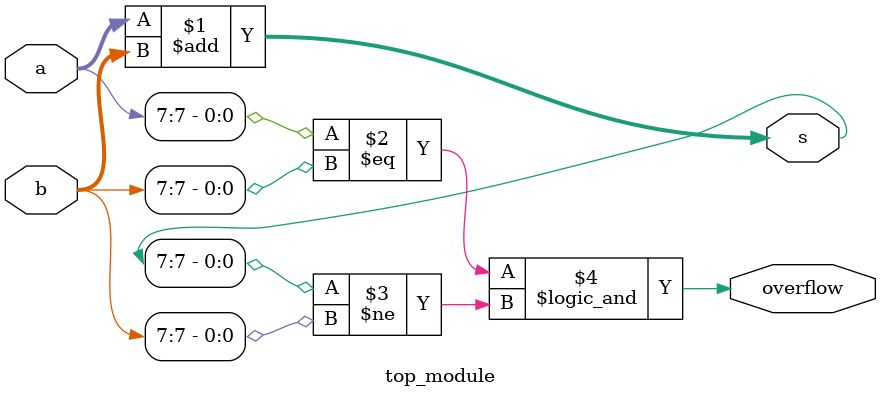
<source format=v>
module top_module (
    input [7:0] a,
    input [7:0] b,
    output [7:0] s,
    output overflow
); 
 
    assign s = a+b ;
    
    assign overflow = (a[7]==b[7] ) &&  (s[7] != b[7]);

endmodule

</source>
